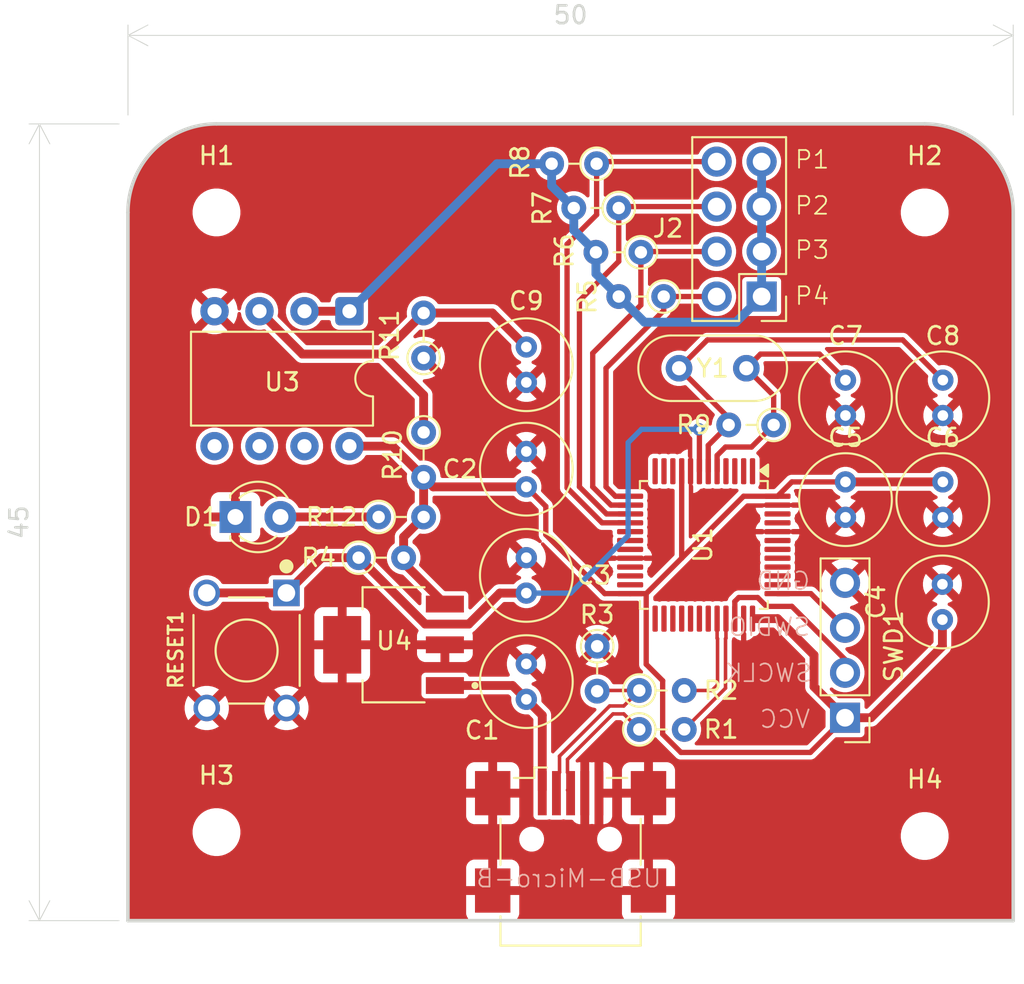
<source format=kicad_pcb>
(kicad_pcb (version 20241229) (generator "pcbnew") (generator_version "9.0")
  (title_block (title "THT Taiko Drum Controller"))
  (layers (0 "F.Cu" signal) (2 "B.Cu" signal) (13 "F.Paste" user) (15 "B.Paste" user) (5 "F.SilkS" user "F.Silkscreen") (7 "B.SilkS" user "B.Silkscreen") (1 "F.Mask" user) (3 "B.Mask" user) (25 "Edge.Cuts" user))
  (net 0 "")
  (net 2 "GND")
  (net 3 "P3")
  (net 5 "P1")
  (net 7 "+3.3V")
  (net 9 "D+")
  (net 10 "SWCLK")
  (net 11 "RST")
  (net 17 "SWDIO")
  (net 29 "P2")
  (net 34 "D-")
  (net 35 "P4")
  (net 39 "+5V")
  (net 40 "OSC_IN")
  (net 41 "OSC_OUT")
  (net 42 "Net-(J2-Pin_1)")
  (net 43 "Net-(D1-A)")
  (net 44 "Net-(U3A-+)")
  (footprint "Connector_PinHeader_2.54mm:PinHeader_2x04_P2.54mm_Vertical" (layer "F.Cu") (at 115.79 109.75 180)
    (property "Reference" "J2" (at 5.29 3.85 180) (layer "F.SilkS"))
    (property "Value" "Conn_02x04_Odd_Even")
    (fp_line (start 3.92 -1.38) (end 3.92 9) (stroke (width 0.12)) (layer "F.SilkS"))
    (fp_line (start 1.27 1.27) (end 1.27 -1.38) (stroke (width 0.12)) (layer "F.SilkS"))
    (fp_line (start 1.27 -1.38) (end 3.92 -1.38) (stroke (width 0.12)) (layer "F.SilkS"))
    (fp_line (start -1.38 9) (end 3.92 9) (stroke (width 0.12)) (layer "F.SilkS"))
    (fp_line (start -1.38 1.27) (end 1.27 1.27) (stroke (width 0.12)) (layer "F.SilkS"))
    (fp_line (start -1.38 1.27) (end -1.38 9) (stroke (width 0.12)) (layer "F.SilkS"))
    (fp_line (start -1.38 0) (end -1.38 -1.38) (stroke (width 0.12)) (layer "F.SilkS"))
    (fp_line (start -1.38 -1.38) (end 0 -1.38) (stroke (width 0.12)) (layer "F.SilkS"))
    (pad "1" thru_hole rect (at 0 0 180) (size 1.7 1.7) (drill 1) (layers "*.Cu" "*.Mask") (net 42 "Net-(J2-Pin_1)"))
    (pad "2" thru_hole circle (at 2.54 0 180) (size 1.7 1.7) (drill 1) (layers "*.Cu" "*.Mask") (net 5 "P1"))
    (pad "3" thru_hole circle (at 0 2.54 180) (size 1.7 1.7) (drill 1) (layers "*.Cu" "*.Mask") (net 42 "Net-(J2-Pin_1)"))
    (pad "4" thru_hole circle (at 2.54 2.54 180) (size 1.7 1.7) (drill 1) (layers "*.Cu" "*.Mask") (net 29 "P2"))
    (pad "5" thru_hole circle (at 0 5.08 180) (size 1.7 1.7) (drill 1) (layers "*.Cu" "*.Mask") (net 42 "Net-(J2-Pin_1)"))
    (pad "6" thru_hole circle (at 2.54 5.08 180) (size 1.7 1.7) (drill 1) (layers "*.Cu" "*.Mask") (net 3 "P3"))
    (pad "7" thru_hole circle (at 0 7.62 180) (size 1.7 1.7) (drill 1) (layers "*.Cu" "*.Mask") (net 42 "Net-(J2-Pin_1)"))
    (pad "8" thru_hole circle (at 2.54 7.62 180) (size 1.7 1.7) (drill 1) (layers "*.Cu" "*.Mask") (net 35 "P4"))
  )
  (footprint "Capacitor_THT:C_Radial_D5.0mm_H5.0mm_P2.00mm" (layer "F.Cu") (at 102.5 112.6 -90)
    (property "Reference" "C9" (at -2.6 0 0) (layer "F.SilkS"))
    (property "Value" "10µf")
    (fp_circle (center 1 0) (end 3.62 0) (stroke (width 0.12)) (fill no) (layer "F.SilkS"))
    (pad "1" thru_hole circle (at 0 0 270) (size 1.2 1.2) (drill 0.6) (layers "*.Cu" "*.Mask") (net 44 "Net-(U3A-+)"))
    (pad "2" thru_hole circle (at 2 0 270) (size 1.2 1.2) (drill 0.6) (layers "*.Cu" "*.Mask") (net 2 "GND"))
  )
  (footprint "Package_DIP:DIP-8_W7.62mm" (layer "F.Cu") (at 92.51 110.58 -90)
    (property "Reference" "U3" (at 4 3.8 180) (layer "F.SilkS"))
    (property "Value" "LM358")
    (fp_line (start 1.16 8.95) (end 6.46 8.95) (stroke (width 0.12)) (layer "F.SilkS"))
    (fp_line (start 6.46 8.95) (end 6.46 -1.33) (stroke (width 0.12)) (layer "F.SilkS"))
    (fp_line (start 1.16 -1.33) (end 1.16 8.95) (stroke (width 0.12)) (layer "F.SilkS"))
    (fp_line (start 2.81 -1.33) (end 1.16 -1.33) (stroke (width 0.12)) (layer "F.SilkS"))
    (fp_line (start 6.46 -1.33) (end 4.81 -1.33) (stroke (width 0.12)) (layer "F.SilkS"))
    (fp_arc (start 4.81 -1.33) (mid 3.81 -0.33) (end 2.81 -1.33) (stroke (width 0.12)) (layer "F.SilkS"))
    (pad "1" thru_hole roundrect (at 0 0 270) (size 1.6 1.6) (drill 0.8) (layers "*.Cu" "*.Mask") (roundrect_rratio 0.15625) (net 42 "Net-(J2-Pin_1)"))
    (pad "2" thru_hole circle (at 0 2.54 270) (size 1.6 1.6) (drill 0.8) (layers "*.Cu" "*.Mask") (net 42 "Net-(J2-Pin_1)"))
    (pad "3" thru_hole circle (at 0 5.08 270) (size 1.6 1.6) (drill 0.8) (layers "*.Cu" "*.Mask") (net 44 "Net-(U3A-+)"))
    (pad "4" thru_hole circle (at 0 7.62 270) (size 1.6 1.6) (drill 0.8) (layers "*.Cu" "*.Mask") (net 2 "GND"))
    (pad "5" thru_hole circle (at 7.62 7.62 270) (size 1.6 1.6) (drill 0.8) (layers "*.Cu" "*.Mask"))
    (pad "6" thru_hole circle (at 7.62 5.08 270) (size 1.6 1.6) (drill 0.8) (layers "*.Cu" "*.Mask"))
    (pad "7" thru_hole circle (at 7.62 2.54 270) (size 1.6 1.6) (drill 0.8) (layers "*.Cu" "*.Mask"))
    (pad "8" thru_hole circle (at 7.62 0 270) (size 1.6 1.6) (drill 0.8) (layers "*.Cu" "*.Mask") (net 7 "+3.3V"))
  )
  (footprint "Capacitor_THT:C_Radial_D5.0mm_H5.0mm_P2.00mm" (layer "F.Cu") (at 102.5 126.5 90)
    (property "Reference" "C3" (at 1 3.81 0) (layer "F.SilkS"))
    (property "Value" "100nf")
    (fp_circle (center 1 0) (end 3.62 0) (stroke (width 0.12)) (fill no) (layer "F.SilkS"))
    (pad "1" thru_hole circle (at 0 0 90) (size 1.2 1.2) (drill 0.6) (layers "*.Cu" "*.Mask") (net 11 "RST"))
    (pad "2" thru_hole circle (at 2 0 90) (size 1.2 1.2) (drill 0.6) (layers "*.Cu" "*.Mask") (net 2 "GND"))
  )
  (footprint "Capacitor_THT:C_Radial_D5.0mm_H5.0mm_P2.00mm" (layer "F.Cu") (at 102.5 120.5 90)
    (property "Reference" "C2" (at 1 -3.75 0) (layer "F.SilkS"))
    (property "Value" "33µf")
    (fp_circle (center 1 0) (end 3.62 0) (stroke (width 0.12)) (fill no) (layer "F.SilkS"))
    (pad "1" thru_hole circle (at 0 0 90) (size 1.2 1.2) (drill 0.6) (layers "*.Cu" "*.Mask") (net 7 "+3.3V"))
    (pad "2" thru_hole circle (at 2 0 90) (size 1.2 1.2) (drill 0.6) (layers "*.Cu" "*.Mask") (net 2 "GND"))
  )
  (footprint "Capacitor_THT:C_Radial_D5.0mm_H5.0mm_P2.00mm" (layer "F.Cu") (at 120.525 120.22 -90)
    (property "Reference" "C5" (at -2.5 0 0) (layer "F.SilkS"))
    (property "Value" "100nf")
    (fp_circle (center 1 0) (end 3.62 0) (stroke (width 0.12)) (fill no) (layer "F.SilkS"))
    (pad "1" thru_hole circle (at 0 0 270) (size 1.2 1.2) (drill 0.6) (layers "*.Cu" "*.Mask") (net 7 "+3.3V"))
    (pad "2" thru_hole circle (at 2 0 270) (size 1.2 1.2) (drill 0.6) (layers "*.Cu" "*.Mask") (net 2 "GND"))
  )
  (footprint "Resistor_THT:R_Axial_DIN0204_L3.6mm_D1.6mm_P2.54mm_Vertical" (layer "F.Cu") (at 108.97 107.25 180)
    (property "Reference" "R6" (at 4.32 0.08 90) (layer "F.SilkS"))
    (property "Value" "1M")
    (fp_line (start 0.92 0) (end 1.54 0) (stroke (width 0.12)) (layer "F.SilkS"))
    (fp_circle (center 0 0) (end 0.92 0) (stroke (width 0.12)) (fill no) (layer "F.SilkS"))
    (pad "1" thru_hole circle (at 0 0 180) (size 1.4 1.4) (drill 0.7) (layers "*.Cu" "*.Mask") (net 29 "P2"))
    (pad "2" thru_hole oval (at 2.54 0 180) (size 1.4 1.4) (drill 0.7) (layers "*.Cu" "*.Mask") (net 42 "Net-(J2-Pin_1)"))
  )
  (footprint "Resistor_THT:R_Axial_DIN0204_L3.6mm_D1.6mm_P2.54mm_Vertical" (layer "F.Cu") (at 108.88 134.2)
    (property "Reference" "R1" (at 4.62 0 180) (layer "F.SilkS"))
    (property "Value" "20Ω")
    (fp_line (start 0.92 0) (end 1.54 0) (stroke (width 0.12)) (layer "F.SilkS"))
    (fp_circle (center 0 0) (end 0.92 0) (stroke (width 0.12)) (fill no) (layer "F.SilkS"))
    (pad "1" thru_hole circle (at 0 0) (size 1.4 1.4) (drill 0.7) (layers "*.Cu" "*.Mask") (net 9 "D+"))
    (pad "2" thru_hole oval (at 2.54 0) (size 1.4 1.4) (drill 0.7) (layers "*.Cu" "*.Mask") (net 9 "D+"))
  )
  (footprint "Resistor_THT:R_Axial_DIN0204_L3.6mm_D1.6mm_P2.54mm_Vertical" (layer "F.Cu") (at 107.72 104.75 180)
    (property "Reference" "R7" (at 4.32 -0.02 90) (layer "F.SilkS"))
    (property "Value" "1M")
    (fp_line (start 0.92 0) (end 1.54 0) (stroke (width 0.12)) (layer "F.SilkS"))
    (fp_circle (center 0 0) (end 0.92 0) (stroke (width 0.12)) (fill no) (layer "F.SilkS"))
    (pad "1" thru_hole circle (at 0 0 180) (size 1.4 1.4) (drill 0.7) (layers "*.Cu" "*.Mask") (net 3 "P3"))
    (pad "2" thru_hole oval (at 2.54 0 180) (size 1.4 1.4) (drill 0.7) (layers "*.Cu" "*.Mask") (net 42 "Net-(J2-Pin_1)"))
  )
  (footprint "FSM8JH:SW_FSM8JH" (layer "F.Cu") (at 86.7 129.74 -90)
    (property "Reference" "RESET1" (at -0.04 4 90) (layer "F.SilkS") (effects (font (size 0.801197 0.801197))))
    (property "Value" "SW_SPST")
    (fp_line (start -2 3) (end 2 3) (stroke (width 0.127)) (layer "F.SilkS"))
    (fp_line (start -3 -1) (end -3 1) (stroke (width 0.127)) (layer "F.SilkS"))
    (fp_line (start 3 -1) (end 3 1) (stroke (width 0.127)) (layer "F.SilkS"))
    (fp_line (start -2 -3) (end 2 -3) (stroke (width 0.127)) (layer "F.SilkS"))
    (fp_circle (center 0 0) (end 1.75 0) (stroke (width 0.127)) (fill no) (layer "F.SilkS"))
    (fp_circle (center -4.75 -2.25) (end -4.55 -2.25) (stroke (width 0.4)) (fill no) (layer "F.SilkS"))
    (pad "1" thru_hole rect (at -3.25 -2.25 270) (size 1.498 1.498) (drill 0.99) (layers "*.Cu" "*.Mask") (net 11 "RST"))
    (pad "2" thru_hole circle (at -3.25 2.25 270) (size 1.498 1.498) (drill 0.99) (layers "*.Cu" "*.Mask") (net 11 "RST"))
    (pad "3" thru_hole circle (at 3.25 -2.25 270) (size 1.498 1.498) (drill 0.99) (layers "*.Cu" "*.Mask") (net 2 "GND"))
    (pad "4" thru_hole circle (at 3.25 2.25 270) (size 1.498 1.498) (drill 0.99) (layers "*.Cu" "*.Mask") (net 2 "GND"))
  )
  (footprint "MountingHole:MountingHole_2.2mm_M2" (layer "F.Cu") (at 85 105)
    (property "Reference" "H1" (at 0 -3.2 0) (layer "F.SilkS"))
    (property "Value" "MountingHole")
    (pad "" np_thru_hole circle (at 0 0) (size 2.2 2.2) (drill 2.2) (layers "*.Cu" "*.Mask"))
  )
  (footprint "Resistor_THT:R_Axial_DIN0204_L3.6mm_D1.6mm_P2.54mm_Vertical" (layer "F.Cu") (at 106.5 129.5 -90)
    (property "Reference" "R3" (at -1.78 0 0) (layer "F.SilkS"))
    (property "Value" "4,7K")
    (fp_line (start 0.92 0) (end 1.54 0) (stroke (width 0.12)) (layer "F.SilkS"))
    (fp_circle (center 0 0) (end 0.92 0) (stroke (width 0.12)) (fill no) (layer "F.SilkS"))
    (pad "1" thru_hole circle (at 0 0 270) (size 1.4 1.4) (drill 0.7) (layers "*.Cu" "*.Mask") (net 2 "GND"))
    (pad "2" thru_hole oval (at 2.54 0 270) (size 1.4 1.4) (drill 0.7) (layers "*.Cu" "*.Mask") (net 34 "D-"))
  )
  (footprint "Resistor_THT:R_Axial_DIN0204_L3.6mm_D1.6mm_P2.54mm_Vertical" (layer "F.Cu") (at 93.03 124.5)
    (property "Reference" "R4" (at -2.26 0 0) (layer "F.SilkS"))
    (property "Value" "10K")
    (fp_line (start 0.92 0) (end 1.54 0) (stroke (width 0.12)) (layer "F.SilkS"))
    (fp_circle (center 0 0) (end 0.92 0) (stroke (width 0.12)) (fill no) (layer "F.SilkS"))
    (pad "1" thru_hole circle (at 0 0) (size 1.4 1.4) (drill 0.7) (layers "*.Cu" "*.Mask") (net 11 "RST"))
    (pad "2" thru_hole oval (at 2.54 0) (size 1.4 1.4) (drill 0.7) (layers "*.Cu" "*.Mask") (net 7 "+3.3V"))
  )
  (footprint "Resistor_THT:R_Axial_DIN0204_L3.6mm_D1.6mm_P2.54mm_Vertical" (layer "F.Cu") (at 110.26 109.75 180)
    (property "Reference" "R5" (at 4.32 -0.02 90) (layer "F.SilkS"))
    (property "Value" "1M")
    (fp_line (start 0.92 0) (end 1.54 0) (stroke (width 0.12)) (layer "F.SilkS"))
    (fp_circle (center 0 0) (end 0.92 0) (stroke (width 0.12)) (fill no) (layer "F.SilkS"))
    (pad "1" thru_hole circle (at 0 0 180) (size 1.4 1.4) (drill 0.7) (layers "*.Cu" "*.Mask") (net 5 "P1"))
    (pad "2" thru_hole oval (at 2.54 0 180) (size 1.4 1.4) (drill 0.7) (layers "*.Cu" "*.Mask") (net 42 "Net-(J2-Pin_1)"))
  )
  (footprint "MountingHole:MountingHole_2.2mm_M2" (layer "F.Cu") (at 125 140.22)
    (property "Reference" "H4" (at 0 -3.2 0) (layer "F.SilkS"))
    (property "Value" "MountingHole")
    (pad "" np_thru_hole circle (at 0 0) (size 2.2 2.2) (drill 2.2) (layers "*.Cu" "*.Mask"))
  )
  (footprint "Resistor_THT:R_Axial_DIN0204_L3.6mm_D1.6mm_P2.54mm_Vertical" (layer "F.Cu") (at 94.16 122.2)
    (property "Reference" "R12" (at -2.66 0 0) (layer "F.SilkS"))
    (property "Value" "1K")
    (fp_line (start 0.92 0) (end 1.54 0) (stroke (width 0.12)) (layer "F.SilkS"))
    (fp_circle (center 0 0) (end 0.92 0) (stroke (width 0.12)) (fill no) (layer "F.SilkS"))
    (pad "1" thru_hole circle (at 0 0) (size 1.4 1.4) (drill 0.7) (layers "*.Cu" "*.Mask") (net 43 "Net-(D1-A)"))
    (pad "2" thru_hole oval (at 2.54 0) (size 1.4 1.4) (drill 0.7) (layers "*.Cu" "*.Mask") (net 7 "+3.3V"))
  )
  (footprint "Resistor_THT:R_Axial_DIN0204_L3.6mm_D1.6mm_P2.54mm_Vertical" (layer "F.Cu") (at 106.47 102.25 180)
    (property "Reference" "R8" (at 4.32 0.08 90) (layer "F.SilkS"))
    (property "Value" "1M")
    (fp_line (start 0.92 0) (end 1.54 0) (stroke (width 0.12)) (layer "F.SilkS"))
    (fp_circle (center 0 0) (end 0.92 0) (stroke (width 0.12)) (fill no) (layer "F.SilkS"))
    (pad "1" thru_hole circle (at 0 0 180) (size 1.4 1.4) (drill 0.7) (layers "*.Cu" "*.Mask") (net 35 "P4"))
    (pad "2" thru_hole oval (at 2.54 0 180) (size 1.4 1.4) (drill 0.7) (layers "*.Cu" "*.Mask") (net 42 "Net-(J2-Pin_1)"))
  )
  (footprint "Capacitor_THT:C_Radial_D5.0mm_H5.0mm_P2.00mm" (layer "F.Cu") (at 126.025 120.22 -90)
    (property "Reference" "C6" (at -2.5 0 0) (layer "F.SilkS"))
    (property "Value" "10µf")
    (fp_circle (center 1 0) (end 3.62 0) (stroke (width 0.12)) (fill no) (layer "F.SilkS"))
    (pad "1" thru_hole circle (at 0 0 270) (size 1.2 1.2) (drill 0.6) (layers "*.Cu" "*.Mask") (net 7 "+3.3V"))
    (pad "2" thru_hole circle (at 2 0 270) (size 1.2 1.2) (drill 0.6) (layers "*.Cu" "*.Mask") (net 2 "GND"))
  )
  (footprint "Connector_PinHeader_2.54mm:PinHeader_1x04_P2.54mm_Vertical" (layer "F.Cu") (at 120.5 133.54 180)
    (property "Reference" "SWD1" (at -2.75 4.04 90) (layer "F.SilkS"))
    (property "Value" "Conn_01x04")
    (fp_line (start 1.38 1.27) (end 1.38 9) (stroke (width 0.12)) (layer "F.SilkS"))
    (fp_line (start -1.38 9) (end 1.38 9) (stroke (width 0.12)) (layer "F.SilkS"))
    (fp_line (start -1.38 1.27) (end 1.38 1.27) (stroke (width 0.12)) (layer "F.SilkS"))
    (fp_line (start -1.38 1.27) (end -1.38 9) (stroke (width 0.12)) (layer "F.SilkS"))
    (fp_line (start -1.38 0) (end -1.38 -1.38) (stroke (width 0.12)) (layer "F.SilkS"))
    (fp_line (start -1.38 -1.38) (end 0 -1.38) (stroke (width 0.12)) (layer "F.SilkS"))
    (pad "1" thru_hole rect (at 0 0 180) (size 1.7 1.7) (drill 1) (layers "*.Cu" "*.Mask") (net 7 "+3.3V"))
    (pad "2" thru_hole circle (at 0 2.54 180) (size 1.7 1.7) (drill 1) (layers "*.Cu" "*.Mask") (net 17 "SWDIO"))
    (pad "3" thru_hole circle (at 0 5.08 180) (size 1.7 1.7) (drill 1) (layers "*.Cu" "*.Mask") (net 10 "SWCLK"))
    (pad "4" thru_hole circle (at 0 7.62 180) (size 1.7 1.7) (drill 1) (layers "*.Cu" "*.Mask") (net 2 "GND"))
  )
  (footprint "LED_THT:LED_D3.0mm" (layer "F.Cu") (at 86.07 122.2)
    (property "Reference" "D1" (at -1.93 0 0) (layer "F.SilkS"))
    (property "Value" "PWR")
    (fp_line (start -0.29 -1.236) (end -0.29 -1.08) (stroke (width 0.12)) (layer "F.SilkS"))
    (fp_line (start -0.29 1.08) (end -0.29 1.236) (stroke (width 0.12)) (layer "F.SilkS"))
    (fp_arc (start -0.29 -1.235516) (mid 1.365624 -1.987701) (end 2.941397 -1.080061) (stroke (width 0.12)) (layer "F.SilkS"))
    (fp_arc (start 0.229039 -1.08) (mid 1.269964 -1.5) (end 2.31091 -1.080049) (stroke (width 0.12)) (layer "F.SilkS"))
    (fp_arc (start 2.31091 1.080049) (mid 1.269964 1.5) (end 0.229039 1.08) (stroke (width 0.12)) (layer "F.SilkS"))
    (fp_arc (start 2.941397 1.080061) (mid 1.365624 1.987701) (end -0.29 1.235516) (stroke (width 0.12)) (layer "F.SilkS"))
    (pad "1" thru_hole rect (at 0 0) (size 1.8 1.8) (drill 0.9) (layers "*.Cu" "*.Mask") (net 2 "GND"))
    (pad "2" thru_hole circle (at 2.54 0) (size 1.8 1.8) (drill 0.9) (layers "*.Cu" "*.Mask") (net 43 "Net-(D1-A)"))
  )
  (footprint "Resistor_THT:R_Axial_DIN0204_L3.6mm_D1.6mm_P2.54mm_Vertical" (layer "F.Cu") (at 116.47 117 180)
    (property "Reference" "R9" (at 4.525 0 0) (layer "F.SilkS"))
    (property "Value" "1M")
    (fp_line (start 0.92 0) (end 1.54 0) (stroke (width 0.12)) (layer "F.SilkS"))
    (fp_circle (center 0 0) (end 0.92 0) (stroke (width 0.12)) (fill no) (layer "F.SilkS"))
    (pad "1" thru_hole circle (at 0 0 180) (size 1.4 1.4) (drill 0.7) (layers "*.Cu" "*.Mask") (net 40 "OSC_IN"))
    (pad "2" thru_hole oval (at 2.54 0 180) (size 1.4 1.4) (drill 0.7) (layers "*.Cu" "*.Mask") (net 41 "OSC_OUT"))
  )
  (footprint "Capacitor_THT:C_Radial_D5.0mm_H5.0mm_P2.00mm" (layer "F.Cu") (at 102.5 132.5 90)
    (property "Reference" "C1" (at -1.75 -2.5 180) (layer "F.SilkS"))
    (property "Value" "0,47µf")
    (fp_circle (center 1 0) (end 3.62 0) (stroke (width 0.12)) (fill no) (layer "F.SilkS"))
    (pad "1" thru_hole circle (at 0 0 90) (size 1.2 1.2) (drill 0.6) (layers "*.Cu" "*.Mask") (net 39 "+5V"))
    (pad "2" thru_hole circle (at 2 0 90) (size 1.2 1.2) (drill 0.6) (layers "*.Cu" "*.Mask") (net 2 "GND"))
  )
  (footprint "Resistor_THT:R_Axial_DIN0204_L3.6mm_D1.6mm_P2.54mm_Vertical" (layer "F.Cu") (at 96.7 117.42 -90)
    (property "Reference" "R10" (at 1.28 1.75 90) (layer "F.SilkS"))
    (property "Value" "100K")
    (fp_line (start 0.92 0) (end 1.54 0) (stroke (width 0.12)) (layer "F.SilkS"))
    (fp_circle (center 0 0) (end 0.92 0) (stroke (width 0.12)) (fill no) (layer "F.SilkS"))
    (pad "1" thru_hole circle (at 0 0 270) (size 1.4 1.4) (drill 0.7) (layers "*.Cu" "*.Mask") (net 44 "Net-(U3A-+)"))
    (pad "2" thru_hole oval (at 2.54 0 270) (size 1.4 1.4) (drill 0.7) (layers "*.Cu" "*.Mask") (net 7 "+3.3V"))
  )
  (footprint "Crystal:Crystal_HC52-U_Vertical" (layer "F.Cu") (at 111.125 113.8)
    (property "Reference" "Y1" (at 1.9 0 0) (layer "F.SilkS"))
    (property "Value" "8Mhz")
    (fp_line (start -0.45 -1.85) (end 4.25 -1.85) (stroke (width 0.12)) (layer "F.SilkS"))
    (fp_line (start -0.45 1.85) (end 4.25 1.85) (stroke (width 0.12)) (layer "F.SilkS"))
    (fp_arc (start -0.45 1.85) (mid -2.3 0) (end -0.45 -1.85) (stroke (width 0.12)) (layer "F.SilkS"))
    (fp_arc (start 4.25 -1.85) (mid 6.1 0) (end 4.25 1.85) (stroke (width 0.12)) (layer "F.SilkS"))
    (pad "1" thru_hole circle (at 0 0) (size 1.5 1.5) (drill 0.8) (layers "*.Cu" "*.Mask") (net 41 "OSC_OUT"))
    (pad "2" thru_hole circle (at 3.8 0) (size 1.5 1.5) (drill 0.8) (layers "*.Cu" "*.Mask") (net 40 "OSC_IN"))
  )
  (footprint "Capacitor_THT:C_Radial_D5.0mm_H5.0mm_P2.00mm" (layer "F.Cu") (at 126.025 116.47 90)
    (property "Reference" "C8" (at 4.5 0 180) (layer "F.SilkS"))
    (property "Value" "20pf")
    (fp_circle (center 1 0) (end 3.62 0) (stroke (width 0.12)) (fill no) (layer "F.SilkS"))
    (pad "1" thru_hole circle (at 0 0 90) (size 1.2 1.2) (drill 0.6) (layers "*.Cu" "*.Mask") (net 2 "GND"))
    (pad "2" thru_hole circle (at 2 0 90) (size 1.2 1.2) (drill 0.6) (layers "*.Cu" "*.Mask") (net 41 "OSC_OUT"))
  )
  (footprint "MountingHole:MountingHole_2.2mm_M2" (layer "F.Cu") (at 85 140)
    (property "Reference" "H3" (at 0 -3.2 0) (layer "F.SilkS"))
    (property "Value" "MountingHole")
    (pad "" np_thru_hole circle (at 0 0) (size 2.2 2.2) (drill 2.2) (layers "*.Cu" "*.Mask"))
  )
  (footprint "MountingHole:MountingHole_2.2mm_M2" (layer "F.Cu") (at 125 105)
    (property "Reference" "H2" (at 0 -3.2 0) (layer "F.SilkS"))
    (property "Value" "MountingHole")
    (pad "" np_thru_hole circle (at 0 0) (size 2.2 2.2) (drill 2.2) (layers "*.Cu" "*.Mask"))
  )
  (footprint "Capacitor_THT:C_Radial_D5.0mm_H5.0mm_P2.00mm" (layer "F.Cu") (at 120.525 116.47 90)
    (property "Reference" "C7" (at 4.5 0 180) (layer "F.SilkS"))
    (property "Value" "20pf")
    (fp_circle (center 1 0) (end 3.62 0) (stroke (width 0.12)) (fill no) (layer "F.SilkS"))
    (pad "1" thru_hole circle (at 0 0 90) (size 1.2 1.2) (drill 0.6) (layers "*.Cu" "*.Mask") (net 2 "GND"))
    (pad "2" thru_hole circle (at 2 0 90) (size 1.2 1.2) (drill 0.6) (layers "*.Cu" "*.Mask") (net 40 "OSC_IN"))
  )
  (footprint "Connector_USB:USB_Mini-B_Wuerth_65100516121_Horizontal" (layer "F.Cu") (at 105 140.4)
    (property "Reference" "J1" (hide yes))
    (property "Value" "USB_B_Micro")
    (fp_line (start -3.96 1.45) (end -3.96 -1.15) (stroke (width 0.12)) (layer "F.SilkS"))
    (fp_line (start -3.96 4.35) (end -3.96 6.01) (stroke (width 0.12)) (layer "F.SilkS"))
    (fp_line (start -3.96 6.01) (end 3.96 6.01) (stroke (width 0.12)) (layer "F.SilkS"))
    (fp_line (start -3.2 -3.46) (end -2.05 -3.46) (stroke (width 0.12)) (layer "F.SilkS"))
    (fp_line (start -2.05 -4.05) (end -1.35 -4.05) (stroke (width 0.12)) (layer "F.SilkS"))
    (fp_line (start -2.05 -3.46) (end -2.05 -4.05) (stroke (width 0.12)) (layer "F.SilkS"))
    (fp_line (start 2.05 -3.46) (end 3.2 -3.46) (stroke (width 0.12)) (layer "F.SilkS"))
    (fp_line (start 3.96 -1.15) (end 3.96 1.45) (stroke (width 0.12)) (layer "F.SilkS"))
    (fp_line (start 3.96 6.01) (end 3.96 4.35) (stroke (width 0.12)) (layer "F.SilkS"))
    (pad "" np_thru_hole circle (at -2.2 0) (size 0.9 0.9) (drill 0.9) (layers "*.Cu" "*.Mask"))
    (pad "" np_thru_hole circle (at 2.2 0) (size 0.9 0.9) (drill 0.9) (layers "*.Cu" "*.Mask"))
    (pad "1" smd rect (at -1.6 -2.6) (size 0.5 2.5) (layers "F.Cu" "F.Mask" "F.Paste") (net 39 "+5V"))
    (pad "2" smd rect (at -0.8 -2.6) (size 0.5 2.5) (layers "F.Cu" "F.Mask" "F.Paste") (net 34 "D-"))
    (pad "3" smd rect (at 0 -2.6) (size 0.5 2.5) (layers "F.Cu" "F.Mask" "F.Paste") (net 9 "D+"))
    (pad "4" smd rect (at 0.8 -2.6) (size 0.5 2.5) (layers "F.Cu" "F.Mask" "F.Paste") (net 2 "GND"))
    (pad "5" smd rect (at 1.6 -2.6) (size 0.5 2.5) (layers "F.Cu" "F.Mask" "F.Paste") (net 2 "GND"))
    (pad "6" smd rect (at -4.4 -2.6) (size 2 2.5) (layers "F.Cu" "F.Mask" "F.Paste") (net 2 "GND"))
    (pad "6" smd rect (at -4.4 2.9) (size 2 2.5) (layers "F.Cu" "F.Mask" "F.Paste") (net 2 "GND"))
    (pad "6" smd rect (at 4.4 -2.6) (size 2 2.5) (layers "F.Cu" "F.Mask" "F.Paste") (net 2 "GND"))
    (pad "6" smd rect (at 4.4 2.9) (size 2 2.5) (layers "F.Cu" "F.Mask" "F.Paste") (net 2 "GND"))
  )
  (footprint "Resistor_THT:R_Axial_DIN0204_L3.6mm_D1.6mm_P2.54mm_Vertical" (layer "F.Cu") (at 96.7 113.22 90)
    (property "Reference" "R11" (at 1.27 -1.92 90) (layer "F.SilkS"))
    (property "Value" "100K")
    (fp_line (start 0.92 0) (end 1.54 0) (stroke (width 0.12)) (layer "F.SilkS"))
    (fp_circle (center 0 0) (end 0.92 0) (stroke (width 0.12)) (fill no) (layer "F.SilkS"))
    (pad "1" thru_hole circle (at 0 0 90) (size 1.4 1.4) (drill 0.7) (layers "*.Cu" "*.Mask") (net 2 "GND"))
    (pad "2" thru_hole oval (at 2.54 0 90) (size 1.4 1.4) (drill 0.7) (layers "*.Cu" "*.Mask") (net 44 "Net-(U3A-+)"))
  )
  (footprint "Package_QFP:LQFP-48_7x7mm_P0.5mm" (layer "F.Cu") (at 112.525 123.78 -90)
    (property "Reference" "U1" (at 0 0.048 90) (layer "F.SilkS"))
    (property "Value" "STM32F103C8Tx")
    (fp_line (start -3.61 3.61) (end -3.61 3.16) (stroke (width 0.12)) (layer "F.SilkS"))
    (fp_line (start -3.16 3.61) (end -3.61 3.61) (stroke (width 0.12)) (layer "F.SilkS"))
    (fp_line (start 3.16 3.61) (end 3.61 3.61) (stroke (width 0.12)) (layer "F.SilkS"))
    (fp_line (start 3.61 3.61) (end 3.61 3.16) (stroke (width 0.12)) (layer "F.SilkS"))
    (fp_line (start -3.61 -3.61) (end -3.61 -3.16) (stroke (width 0.12)) (layer "F.SilkS"))
    (fp_line (start -3.16 -3.61) (end -3.61 -3.61) (stroke (width 0.12)) (layer "F.SilkS"))
    (fp_line (start 3.16 -3.61) (end 3.61 -3.61) (stroke (width 0.12)) (layer "F.SilkS"))
    (fp_line (start 3.61 -3.61) (end 3.61 -3.16) (stroke (width 0.12)) (layer "F.SilkS"))
    (fp_poly (pts (xy -4.2 -3.16) (xy -4.54 -3.63) (xy -3.86 -3.63)) (stroke (width 0.12)) (fill yes) (layer "F.SilkS"))
    (pad "1" smd roundrect (at -4.1625 -2.75 270) (size 1.475 0.3) (layers "F.Cu" "F.Mask" "F.Paste"))
    (pad "2" smd roundrect (at -4.1625 -2.25 270) (size 1.475 0.3) (layers "F.Cu" "F.Mask" "F.Paste"))
    (pad "3" smd roundrect (at -4.1625 -1.75 270) (size 1.475 0.3) (layers "F.Cu" "F.Mask" "F.Paste"))
    (pad "4" smd roundrect (at -4.1625 -1.25 270) (size 1.475 0.3) (layers "F.Cu" "F.Mask" "F.Paste"))
    (pad "5" smd roundrect (at -4.1625 -0.75 270) (size 1.475 0.3) (layers "F.Cu" "F.Mask" "F.Paste") (net 40 "OSC_IN"))
    (pad "6" smd roundrect (at -4.1625 -0.25 270) (size 1.475 0.3) (layers "F.Cu" "F.Mask" "F.Paste") (net 41 "OSC_OUT"))
    (pad "7" smd roundrect (at -4.1625 0.25 270) (size 1.475 0.3) (layers "F.Cu" "F.Mask" "F.Paste") (net 11 "RST"))
    (pad "8" smd roundrect (at -4.1625 0.75 270) (size 1.475 0.3) (layers "F.Cu" "F.Mask" "F.Paste") (net 2 "GND"))
    (pad "9" smd roundrect (at -4.1625 1.25 270) (size 1.475 0.3) (layers "F.Cu" "F.Mask" "F.Paste") (net 7 "+3.3V"))
    (pad "10" smd roundrect (at -4.1625 1.75 270) (size 1.475 0.3) (layers "F.Cu" "F.Mask" "F.Paste"))
    (pad "11" smd roundrect (at -4.1625 2.25 270) (size 1.475 0.3) (layers "F.Cu" "F.Mask" "F.Paste"))
    (pad "12" smd roundrect (at -4.1625 2.75 270) (size 1.475 0.3) (layers "F.Cu" "F.Mask" "F.Paste"))
    (pad "13" smd roundrect (at -2.75 4.1625 270) (size 0.3 1.475) (layers "F.Cu" "F.Mask" "F.Paste") (net 5 "P1"))
    (pad "14" smd roundrect (at -2.25 4.1625 270) (size 0.3 1.475) (layers "F.Cu" "F.Mask" "F.Paste") (net 29 "P2"))
    (pad "15" smd roundrect (at -1.75 4.1625 270) (size 0.3 1.475) (layers "F.Cu" "F.Mask" "F.Paste") (net 3 "P3"))
    (pad "16" smd roundrect (at -1.25 4.1625 270) (size 0.3 1.475) (layers "F.Cu" "F.Mask" "F.Paste") (net 35 "P4"))
    (pad "17" smd roundrect (at -0.75 4.1625 270) (size 0.3 1.475) (layers "F.Cu" "F.Mask" "F.Paste"))
    (pad "18" smd roundrect (at -0.25 4.1625 270) (size 0.3 1.475) (layers "F.Cu" "F.Mask" "F.Paste"))
    (pad "19" smd roundrect (at 0.25 4.1625 270) (size 0.3 1.475) (layers "F.Cu" "F.Mask" "F.Paste"))
    (pad "20" smd roundrect (at 0.75 4.1625 270) (size 0.3 1.475) (layers "F.Cu" "F.Mask" "F.Paste") (net 2 "GND"))
    (pad "21" smd roundrect (at 1.25 4.1625 270) (size 0.3 1.475) (layers "F.Cu" "F.Mask" "F.Paste"))
    (pad "22" smd roundrect (at 1.75 4.1625 270) (size 0.3 1.475) (layers "F.Cu" "F.Mask" "F.Paste"))
    (pad "23" smd roundrect (at 2.25 4.1625 270) (size 0.3 1.475) (layers "F.Cu" "F.Mask" "F.Paste") (net 2 "GND"))
    (pad "24" smd roundrect (at 2.75 4.1625 270) (size 0.3 1.475) (layers "F.Cu" "F.Mask" "F.Paste") (net 7 "+3.3V"))
    (pad "25" smd roundrect (at 4.1625 2.75 270) (size 1.475 0.3) (layers "F.Cu" "F.Mask" "F.Paste"))
    (pad "26" smd roundrect (at 4.1625 2.25 270) (size 1.475 0.3) (layers "F.Cu" "F.Mask" "F.Paste"))
    (pad "27" smd roundrect (at 4.1625 1.75 270) (size 1.475 0.3) (layers "F.Cu" "F.Mask" "F.Paste"))
    (pad "28" smd roundrect (at 4.1625 1.25 270) (size 1.475 0.3) (layers "F.Cu" "F.Mask" "F.Paste"))
    (pad "29" smd roundrect (at 4.1625 0.75 270) (size 1.475 0.3) (layers "F.Cu" "F.Mask" "F.Paste"))
    (pad "30" smd roundrect (at 4.1625 0.25 270) (size 1.475 0.3) (layers "F.Cu" "F.Mask" "F.Paste"))
    (pad "31" smd roundrect (at 4.1625 -0.25 270) (size 1.475 0.3) (layers "F.Cu" "F.Mask" "F.Paste"))
    (pad "32" smd roundrect (at 4.1625 -0.75 270) (size 1.475 0.3) (layers "F.Cu" "F.Mask" "F.Paste") (net 34 "D-"))
    (pad "33" smd roundrect (at 4.1625 -1.25 270) (size 1.475 0.3) (layers "F.Cu" "F.Mask" "F.Paste") (net 9 "D+"))
    (pad "34" smd roundrect (at 4.1625 -1.75 270) (size 1.475 0.3) (layers "F.Cu" "F.Mask" "F.Paste") (net 17 "SWDIO"))
    (pad "35" smd roundrect (at 4.1625 -2.25 270) (size 1.475 0.3) (layers "F.Cu" "F.Mask" "F.Paste") (net 2 "GND"))
    (pad "36" smd roundrect (at 4.1625 -2.75 270) (size 1.475 0.3) (layers "F.Cu" "F.Mask" "F.Paste") (net 7 "+3.3V"))
    (pad "37" smd roundrect (at 2.75 -4.1625 270) (size 0.3 1.475) (layers "F.Cu" "F.Mask" "F.Paste") (net 10 "SWCLK"))
    (pad "38" smd roundrect (at 2.25 -4.1625 270) (size 0.3 1.475) (layers "F.Cu" "F.Mask" "F.Paste"))
    (pad "39" smd roundrect (at 1.75 -4.1625 270) (size 0.3 1.475) (layers "F.Cu" "F.Mask" "F.Paste"))
    (pad "40" smd roundrect (at 1.25 -4.1625 270) (size 0.3 1.475) (layers "F.Cu" "F.Mask" "F.Paste"))
    (pad "41" smd roundrect (at 0.75 -4.1625 270) (size 0.3 1.475) (layers "F.Cu" "F.Mask" "F.Paste"))
    (pad "42" smd roundrect (at 0.25 -4.1625 270) (size 0.3 1.475) (layers "F.Cu" "F.Mask" "F.Paste"))
    (pad "43" smd roundrect (at -0.25 -4.1625 270) (size 0.3 1.475) (layers "F.Cu" "F.Mask" "F.Paste"))
    (pad "44" smd roundrect (at -0.75 -4.1625 270) (size 0.3 1.475) (layers "F.Cu" "F.Mask" "F.Paste") (net 2 "GND"))
    (pad "45" smd roundrect (at -1.25 -4.1625 270) (size 0.3 1.475) (layers "F.Cu" "F.Mask" "F.Paste"))
    (pad "46" smd roundrect (at -1.75 -4.1625 270) (size 0.3 1.475) (layers "F.Cu" "F.Mask" "F.Paste"))
    (pad "47" smd roundrect (at -2.25 -4.1625 270) (size 0.3 1.475) (layers "F.Cu" "F.Mask" "F.Paste") (net 2 "GND"))
    (pad "48" smd roundrect (at -2.75 -4.1625 270) (size 0.3 1.475) (layers "F.Cu" "F.Mask" "F.Paste") (net 7 "+3.3V"))
  )
  (footprint "Resistor_THT:R_Axial_DIN0204_L3.6mm_D1.6mm_P2.54mm_Vertical" (layer "F.Cu") (at 108.88 132)
    (property "Reference" "R2" (at 4.62 0 180) (layer "F.SilkS"))
    (property "Value" "20Ω")
    (fp_line (start 0.92 0) (end 1.54 0) (stroke (width 0.12)) (layer "F.SilkS"))
    (fp_circle (center 0 0) (end 0.92 0) (stroke (width 0.12)) (fill no) (layer "F.SilkS"))
    (pad "1" thru_hole circle (at 0 0) (size 1.4 1.4) (drill 0.7) (layers "*.Cu" "*.Mask") (net 34 "D-"))
    (pad "2" thru_hole oval (at 2.54 0) (size 1.4 1.4) (drill 0.7) (layers "*.Cu" "*.Mask") (net 34 "D-"))
  )
  (footprint "LM3940IMPX-3.3_NOPB:SOT230P700X180-4N" (layer "F.Cu") (at 95 129.42 180)
    (property "Reference" "U4" (at -0.025 0.22 0) (layer "F.SilkS"))
    (property "Value" "LM3940IMPX-3.3_NOPB")
    (fp_line (start 1.75 3.25) (end 1.75 2.01) (stroke (width 0.127)) (layer "F.SilkS"))
    (fp_line (start 1.75 -3.25) (end 1.75 -2.01) (stroke (width 0.127)) (layer "F.SilkS"))
    (fp_line (start -1.75 3.25) (end 1.75 3.25) (stroke (width 0.127)) (layer "F.SilkS"))
    (fp_line (start -1.75 -3.25) (end 1.75 -3.25) (stroke (width 0.127)) (layer "F.SilkS"))
    (fp_circle (center -4.6 -2.3) (end -4.5 -2.3) (stroke (width 0.2)) (fill no) (layer "F.SilkS"))
    (pad "1" smd rect (at -2.9 -2.3 180) (size 2.15 0.95) (layers "F.Cu" "F.Mask" "F.Paste") (net 39 "+5V"))
    (pad "2" smd rect (at -2.9 0 180) (size 2.15 0.95) (layers "F.Cu" "F.Mask" "F.Paste") (net 2 "GND"))
    (pad "3" smd rect (at -2.9 2.3 180) (size 2.15 0.95) (layers "F.Cu" "F.Mask" "F.Paste") (net 7 "+3.3V"))
    (pad "4" smd rect (at 2.9 0 180) (size 2.15 3.25) (layers "F.Cu" "F.Mask" "F.Paste") (net 2 "GND"))
  )
  (footprint "Capacitor_THT:C_Radial_D5.0mm_H5.0mm_P2.00mm" (layer "F.Cu") (at 126 128 90)
    (property "Reference" "C4" (at 1 -3.75 90) (layer "F.SilkS"))
    (property "Value" "100nf")
    (fp_circle (center 1 0) (end 3.62 0) (stroke (width 0.12)) (fill no) (layer "F.SilkS"))
    (pad "1" thru_hole circle (at 0 0 90) (size 1.2 1.2) (drill 0.6) (layers "*.Cu" "*.Mask") (net 7 "+3.3V"))
    (pad "2" thru_hole circle (at 2 0 90) (size 1.2 1.2) (drill 0.6) (layers "*.Cu" "*.Mask") (net 2 "GND"))
  )
  (gr_line (start 130 145) (end 130 105) (stroke (width 0.2)) (layer "Edge.Cuts"))
  (gr_line (start 80 145) (end 80 105) (stroke (width 0.2)) (layer "Edge.Cuts"))
  (gr_line (start 80 145) (end 130 145) (stroke (width 0.2)) (layer "Edge.Cuts"))
  (gr_arc (start 125 100) (mid 128.535534 101.464466) (end 130 105) (stroke (width 0.2)) (layer "Edge.Cuts"))
  (gr_arc (start 80 105) (mid 81.464466 101.464466) (end 85 100) (stroke (width 0.2)) (layer "Edge.Cuts"))
  (gr_line (start 85 100) (end 125 100) (stroke (width 0.2)) (layer "Edge.Cuts"))
  (gr_text "P1" (at 117.6 102.6 0) (layer "F.SilkS") (effects (font (size 1 1) (thickness 0.1)) (justify left bottom)))
  (gr_text "P3" (at 117.6 107.7 0) (layer "F.SilkS") (effects (font (size 1 1) (thickness 0.1)) (justify left bottom)))
  (gr_text "P2" (at 117.6 105.2 0) (layer "F.SilkS") (effects (font (size 1 1) (thickness 0.1)) (justify left bottom)))
  (gr_text "P4" (at 117.6 110.3 0) (layer "F.SilkS") (effects (font (size 1 1) (thickness 0.1)) (justify left bottom)))
  (gr_text "VCC" (at 118.6 134.2 0) (layer "B.SilkS") (effects (font (size 1 1) (thickness 0.1)) (justify left bottom mirror)))
  (gr_text "SWDIO" (at 118.6 129 0) (layer "B.SilkS") (effects (font (size 1 1) (thickness 0.1)) (justify left bottom mirror)))
  (gr_text "GND" (at 118.6 126.4 0) (layer "B.SilkS") (effects (font (size 1 1) (thickness 0.1)) (justify left bottom mirror)))
  (gr_text "SWCLK" (at 118.7 131.6 0) (layer "B.SilkS") (effects (font (size 1 1) (thickness 0.1)) (justify left bottom mirror)))
  (gr_text "USB-Micro-B" (at 110.2 143.2 0) (layer "B.SilkS") (effects (font (size 1 1) (thickness 0.1)) (justify left bottom mirror)))
  (dimension (type orthogonal) (layer "Edge.Cuts") (pts (xy 80 100) (xy 130 100)) (height -5) (orientation 0) (format (prefix "") (suffix "") (units 3) (units_format 0) (precision 4) (suppress_zeroes yes)) (style (thickness 0.05) (arrow_length 1.27) (text_position_mode 0) (arrow_direction outward) (extension_height 0.58642) (extension_offset 0.5) (keep_text_aligned yes)) (gr_text "50" (at 105 93.85 0) (layer "Edge.Cuts") (effects (font (size 1 1) (thickness 0.15)))))
  (dimension (type orthogonal) (layer "Edge.Cuts") (pts (xy 80 100) (xy 80 145)) (height -5) (orientation 1) (format (prefix "") (suffix "") (units 3) (units_format 0) (precision 4) (suppress_zeroes yes)) (style (thickness 0.05) (arrow_length 1.27) (text_position_mode 0) (arrow_direction outward) (extension_height 0.58642) (extension_offset 0.5) (keep_text_aligned yes)) (gr_text "45" (at 73.85 122.5 90) (layer "Edge.Cuts") (effects (font (size 1 1) (thickness 0.15)))))
  (segment (start 92.1 129.42) (end 92.1 129.84) (width 0.5) (layer "F.Cu") (net 2))
  (segment (start 86.07 122.2) (end 86.141 122.129) (width 0.5) (layer "F.Cu") (net 2))
  (segment (start 107.8 104.67) (end 107.72 104.75) (width 0.3) (layer "F.Cu") (net 3))
  (segment (start 105.5 120.5) (end 105.5 109.983169) (width 0.3) (layer "F.Cu") (net 3))
  (segment (start 105.5 109.983169) (end 107.72 107.763169) (width 0.3) (layer "F.Cu") (net 3))
  (segment (start 108.3625 122.03) (end 107.03 122.03) (width 0.3) (layer "F.Cu") (net 3))
  (segment (start 113.25 104.67) (end 107.8 104.67) (width 0.3) (layer "F.Cu") (net 3))
  (segment (start 107.03 122.03) (end 105.5 120.5) (width 0.3) (layer "F.Cu") (net 3))
  (segment (start 107.72 107.763169) (end 107.72 104.75) (width 0.3) (layer "F.Cu") (net 3))
  (segment (start 107 120.5) (end 107 113.8) (width 0.3) (layer "F.Cu") (net 5))
  (segment (start 110.26 110.54) (end 110.26 109.75) (width 0.3) (layer "F.Cu") (net 5))
  (segment (start 107.53 121.03) (end 107 120.5) (width 0.3) (layer "F.Cu") (net 5))
  (segment (start 108.3625 121.03) (end 107.53 121.03) (width 0.3) (layer "F.Cu") (net 5))
  (segment (start 113.25 109.75) (end 110.26 109.75) (width 0.3) (layer "F.Cu") (net 5))
  (segment (start 107 113.8) (end 110.26 110.54) (width 0.3) (layer "F.Cu") (net 5))
  (segment (start 102.5 120.5) (end 97.24 120.5) (width 0.5) (layer "F.Cu") (net 7))
  (segment (start 103.6 121.6) (end 102.5 120.5) (width 0.3) (layer "F.Cu") (net 7))
  (segment (start 110.2 134.466339) (end 111.233661 135.5) (width 0.3) (layer "F.Cu") (net 7))
  (segment (start 111.275 119.6175) (end 111.275 124.525) (width 0.3) (layer "F.Cu") (net 7))
  (segment (start 111.233661 135.5) (end 118.54 135.5) (width 0.3) (layer "F.Cu") (net 7))
  (segment (start 118.75 130) (end 116.6925 127.9425) (width 0.5) (layer "F.Cu") (net 7))
  (segment (start 116.6875 121.03) (end 117.4975 120.22) (width 0.3) (layer "F.Cu") (net 7))
  (segment (start 108.3625 126.53) (end 106.93 126.53) (width 0.3) (layer "F.Cu") (net 7))
  (segment (start 109.27 130.52) (end 110.2 131.45) (width 0.3) (layer "F.Cu") (net 7))
  (segment (start 97.24 120.5) (end 96.7 119.96) (width 0.5) (layer "F.Cu") (net 7))
  (segment (start 103.6 123.2) (end 103.6 121.6) (width 0.3) (layer "F.Cu") (net 7))
  (segment (start 126.025 120.22) (end 120.525 120.22) (width 0.5) (layer "F.Cu") (net 7))
  (segment (start 116.6875 121.03) (end 114.77 121.03) (width 0.3) (layer "F.Cu") (net 7))
  (segment (start 118.54 135.5) (end 120.5 133.54) (width 0.3) (layer "F.Cu") (net 7))
  (segment (start 120.5 133.54) (end 118.75 131.79) (width 0.5) (layer "F.Cu") (net 7))
  (segment (start 126 129.5) (end 121.96 133.54) (width 0.5) (layer "F.Cu") (net 7))
  (segment (start 95.57 124.79) (end 97.9 127.12) (width 0.5) (layer "F.Cu") (net 7))
  (segment (start 106.93 126.53) (end 103.6 123.2) (width 0.3) (layer "F.Cu") (net 7))
  (segment (start 95.57 124.5) (end 95.57 123.33) (width 0.5) (layer "F.Cu") (net 7))
  (segment (start 111.275 124.525) (end 109.27 126.53) (width 0.3) (layer "F.Cu") (net 7))
  (segment (start 95.57 124.5) (end 95.57 124.79) (width 0.5) (layer "F.Cu") (net 7))
  (segment (start 126 128) (end 126 129.5) (width 0.5) (layer "F.Cu") (net 7))
  (segment (start 108.3625 126.53) (end 109.27 126.53) (width 0.3) (layer "F.Cu") (net 7))
  (segment (start 117.4975 120.22) (end 120.525 120.22) (width 0.3) (layer "F.Cu") (net 7))
  (segment (start 114.77 121.03) (end 111.275 124.525) (width 0.3) (layer "F.Cu") (net 7))
  (segment (start 110.2 131.45) (end 110.2 134.466339) (width 0.3) (layer "F.Cu") (net 7))
  (segment (start 96.7 122.2) (end 96.7 119.96) (width 0.5) (layer "F.Cu") (net 7))
  (segment (start 92.51 118.2) (end 94.94 118.2) (width 0.5) (layer "F.Cu") (net 7))
  (segment (start 116.6925 127.9425) (end 115.376 127.9425) (width 0.5) (layer "F.Cu") (net 7))
  (segment (start 94.94 118.2) (end 96.7 119.96) (width 0.5) (layer "F.Cu") (net 7))
  (segment (start 118.75 131.79) (end 118.75 130) (width 0.5) (layer "F.Cu") (net 7))
  (segment (start 95.57 123.33) (end 96.7 122.2) (width 0.5) (layer "F.Cu") (net 7))
  (segment (start 121.96 133.54) (end 120.5 133.54) (width 0.5) (layer "F.Cu") (net 7))
  (segment (start 109.27 126.53) (end 109.27 130.52) (width 0.3) (layer "F.Cu") (net 7))
  (segment (start 105 136.8) (end 104.825 136.625) (width 0.2) (layer "F.Cu") (net 9))
  (segment (start 113.75 129.073751) (end 113.775 129.048751) (width 0.2) (layer "F.Cu") (net 9))
  (segment (start 113.75 131.87) (end 113.75 129.073751) (width 0.2) (layer "F.Cu") (net 9))
  (segment (start 105 137.8) (end 104.825001 137.625001) (width 0.2) (layer "F.Cu") (net 9))
  (segment (start 113.775 128.53) (end 113.75 128.555) (width 0.2) (layer "F.Cu") (net 9))
  (segment (start 113.775 129.048751) (end 113.775 127.9425) (width 0.2) (layer "F.Cu") (net 9))
  (segment (start 113.775 127.9425) (end 113.775 128.53) (width 0.2) (layer "F.Cu") (net 9))
  (segment (start 105 137.8) (end 105 136.8) (width 0.2) (layer "F.Cu") (net 9))
  (segment (start 107.393197 133.325001) (end 108.005001 133.325001) (width 0.2) (layer "F.Cu") (net 9))
  (segment (start 108.005001 133.325001) (end 108.88 134.2) (width 0.2) (layer "F.Cu") (net 9))
  (segment (start 104.825 135.893198) (end 107.393197 133.325001) (width 0.2) (layer "F.Cu") (net 9))
  (segment (start 111.42 134.2) (end 113.75 131.87) (width 0.2) (layer "F.Cu") (net 9))
  (segment (start 104.825 136.625) (end 104.825 135.893198) (width 0.2) (layer "F.Cu") (net 9))
  (segment (start 120.5 128.46) (end 118.57 126.53) (width 0.3) (layer "F.Cu") (net 10))
  (segment (start 118.57 126.53) (end 116.6875 126.53) (width 0.3) (layer "F.Cu") (net 10))
  (segment (start 112.275 117.275) (end 112.25 117.25) (width 0.3) (layer "F.Cu") (net 11))
  (segment (start 99.25 128.25) (end 96.789 128.25) (width 0.5) (layer "F.Cu") (net 11))
  (segment (start 102.5 126.5) (end 101 126.5) (width 0.5) (layer "F.Cu") (net 11))
  (segment (start 90.94 124.5) (end 88.95 126.49) (width 0.5) (layer "F.Cu") (net 11))
  (segment (start 88.95 126.49) (end 84.45 126.49) (width 0.5) (layer "F.Cu") (net 11))
  (segment (start 93.039 124.5) (end 96.789 128.25) (width 0.5) (layer "F.Cu") (net 11))
  (segment (start 112.275 119.6175) (end 112.275 117.275) (width 0.3) (layer "F.Cu") (net 11))
  (segment (start 93.03 124.5) (end 93.039 124.5) (width 0.5) (layer "F.Cu") (net 11))
  (segment (start 93.03 124.5) (end 90.94 124.5) (width 0.5) (layer "F.Cu") (net 11))
  (segment (start 101 126.5) (end 99.25 128.25) (width 0.5) (layer "F.Cu") (net 11))
  (via (at 112.25 117.25) (size 0.7) (drill 0.3) (layers "F.Cu" "B.Cu") (net 11))
  (segment (start 112.25 117.25) (end 109 117.25) (width 0.3) (layer "B.Cu") (net 11))
  (segment (start 108.25 123.25) (end 105 126.5) (width 0.3) (layer "B.Cu") (net 11))
  (segment (start 109 117.25) (end 108.25 118) (width 0.3) (layer "B.Cu") (net 11))
  (segment (start 108.25 118) (end 108.25 123.25) (width 0.3) (layer "B.Cu") (net 11))
  (segment (start 105 126.5) (end 102.5 126.5) (width 0.3) (layer "B.Cu") (net 11))
  (segment (start 117.5 127.25) (end 120.5 130.25) (width 0.3) (layer "F.Cu") (net 17))
  (segment (start 114.5 126.75) (end 115.565466 126.75) (width 0.3) (layer "F.Cu") (net 17))
  (segment (start 116.065466 127.25) (end 117.5 127.25) (width 0.3) (layer "F.Cu") (net 17))
  (segment (start 120.5 130.25) (end 120.5 131) (width 0.3) (layer "F.Cu") (net 17))
  (segment (start 115.565466 126.75) (end 116.065466 127.25) (width 0.3) (layer "F.Cu") (net 17))
  (segment (start 114.275 126.975) (end 114.5 126.75) (width 0.3) (layer "F.Cu") (net 17))
  (segment (start 114.275 127.9425) (end 114.275 126.975) (width 0.3) (layer "F.Cu") (net 17))
  (segment (start 108.97 110.23) (end 108.97 107.25) (width 0.3) (layer "F.Cu") (net 29))
  (segment (start 106.25 120.5) (end 106.25 112.95) (width 0.3) (layer "F.Cu") (net 29))
  (segment (start 109.01 107.21) (end 108.97 107.25) (width 0.3) (layer "F.Cu") (net 29))
  (segment (start 106.25 112.95) (end 108.97 110.23) (width 0.3) (layer "F.Cu") (net 29))
  (segment (start 113.25 107.21) (end 109.01 107.21) (width 0.3) (layer "F.Cu") (net 29))
  (segment (start 107.28 121.53) (end 106.25 120.5) (width 0.3) (layer "F.Cu") (net 29))
  (segment (start 108.3625 121.53) (end 107.28 121.53) (width 0.3) (layer "F.Cu") (net 29))
  (segment (start 113.275 127.9425) (end 113.275 128.53) (width 0.2) (layer "F.Cu") (net 34))
  (segment (start 113.275 129.048751) (end 113.275 127.9425) (width 0.2) (layer "F.Cu") (net 34))
  (segment (start 107.206803 132.874999) (end 108.005001 132.874999) (width 0.2) (layer "F.Cu") (net 34))
  (segment (start 104.2 137.8) (end 104.2 136.8) (width 0.2) (layer "F.Cu") (net 34))
  (segment (start 104.375 136.625) (end 104.375 135.706802) (width 0.2) (layer "F.Cu") (net 34))
  (segment (start 106.54 132) (end 106.5 132.04) (width 0.2) (layer "F.Cu") (net 34))
  (segment (start 112.983603 132) (end 113.3 131.683603) (width 0.2) (layer "F.Cu") (net 34))
  (segment (start 113.3 131.683603) (end 113.3 129.073751) (width 0.2) (layer "F.Cu") (net 34))
  (segment (start 108.005001 132.874999) (end 108.88 132) (width 0.2) (layer "F.Cu") (net 34))
  (segment (start 111.42 132) (end 112.983603 132) (width 0.2) (layer "F.Cu") (net 34))
  (segment (start 113.3 129.073751) (end 113.275 129.048751) (width 0.2) (layer "F.Cu") (net 34))
  (segment (start 108.88 132) (end 106.54 132) (width 0.2) (layer "F.Cu") (net 34))
  (segment (start 104.375 135.706802) (end 107.206803 132.874999) (width 0.2) (layer "F.Cu") (net 34))
  (segment (start 113.275 128.53) (end 113.3 128.555) (width 0.2) (layer "F.Cu") (net 34))
  (segment (start 104.2 136.8) (end 104.375 136.625) (width 0.2) (layer "F.Cu") (net 34))
  (segment (start 108.3625 122.53) (end 106.78 122.53) (width 0.3) (layer "F.Cu") (net 35))
  (segment (start 113.25 102.13) (end 106.59 102.13) (width 0.3) (layer "F.Cu") (net 35))
  (segment (start 106.78 122.53) (end 104.8 120.55) (width 0.3) (layer "F.Cu") (net 35))
  (segment (start 104.8 106.8) (end 106.47 105.13) (width 0.3) (layer "F.Cu") (net 35))
  (segment (start 106.47 105.13) (end 106.47 102.25) (width 0.3) (layer "F.Cu") (net 35))
  (segment (start 104.8 120.55) (end 104.8 106.8) (width 0.3) (layer "F.Cu") (net 35))
  (segment (start 106.59 102.13) (end 106.47 102.25) (width 0.3) (layer "F.Cu") (net 35))
  (segment (start 103.4 137.62) (end 103.4 133.4) (width 0.5) (layer "F.Cu") (net 39))
  (segment (start 101.72 131.72) (end 97.9 131.72) (width 0.5) (layer "F.Cu") (net 39))
  (segment (start 103.4 133.4) (end 101.72 131.72) (width 0.5) (layer "F.Cu") (net 39))
  (segment (start 120.525 114.47) (end 119.055 113) (width 0.3) (layer "F.Cu") (net 40))
  (segment (start 113.275 119.6175) (end 113.275 118.725) (width 0.3) (layer "F.Cu") (net 40))
  (segment (start 115.725 113) (end 114.925 113.8) (width 0.3) (layer "F.Cu") (net 40))
  (segment (start 113.275 118.725) (end 113.75 118.25) (width 0.3) (layer "F.Cu") (net 40))
  (segment (start 116.47 117) (end 116.47 115.345) (width 0.3) (layer "F.Cu") (net 40))
  (segment (start 113.75 118.25) (end 115.22 118.25) (width 0.3) (layer "F.Cu") (net 40))
  (segment (start 120.525 114.47) (end 120.525 114.125) (width 0.3) (layer "F.Cu") (net 40))
  (segment (start 119.055 113) (end 115.725 113) (width 0.3) (layer "F.Cu") (net 40))
  (segment (start 115.22 118.25) (end 116.47 117) (width 0.3) (layer "F.Cu") (net 40))
  (segment (start 116.47 115.345) (end 114.925 113.8) (width 0.3) (layer "F.Cu") (net 40))
  (segment (start 111.125 113.8) (end 112.725 112.2) (width 0.3) (layer "F.Cu") (net 41))
  (segment (start 113.93 117) (end 113.93 116.605) (width 0.3) (layer "F.Cu") (net 41))
  (segment (start 123.755 112.2) (end 126.025 114.47) (width 0.3) (layer "F.Cu") (net 41))
  (segment (start 112.775 119.6175) (end 112.775 118.155) (width 0.3) (layer "F.Cu") (net 41))
  (segment (start 112.725 112.2) (end 123.755 112.2) (width 0.3) (layer "F.Cu") (net 41))
  (segment (start 113.93 116.605) (end 111.125 113.8) (width 0.3) (layer "F.Cu") (net 41))
  (segment (start 112.775 118.155) (end 113.93 117) (width 0.3) (layer "F.Cu") (net 41))
  (segment (start 92.51 110.58) (end 89.97 110.58) (width 0.5) (layer "F.Cu") (net 42))
  (segment (start 105.18 104.75) (end 105.18 106) (width 0.5) (layer "B.Cu") (net 42))
  (segment (start 115.79 109.75) (end 115.79 102.13) (width 0.5) (layer "B.Cu") (net 42))
  (segment (start 103.93 102.25) (end 103.93 103.5) (width 0.5) (layer "B.Cu") (net 42))
  (segment (start 100.84 102.25) (end 103.93 102.25) (width 0.5) (layer "B.Cu") (net 42))
  (segment (start 92.51 110.58) (end 100.84 102.25) (width 0.5) (layer "B.Cu") (net 42))
  (segment (start 114.34 111.2) (end 115.79 109.75) (width 0.5) (layer "B.Cu") (net 42))
  (segment (start 103.93 103.5) (end 105.18 104.75) (width 0.5) (layer "B.Cu") (net 42))
  (segment (start 106.43 108.46) (end 107.72 109.75) (width 0.5) (layer "B.Cu") (net 42))
  (segment (start 106.43 107.25) (end 106.43 108.46) (width 0.5) (layer "B.Cu") (net 42))
  (segment (start 105.18 106) (end 106.43 107.25) (width 0.5) (layer "B.Cu") (net 42))
  (segment (start 109.17 111.2) (end 114.34 111.2) (width 0.5) (layer "B.Cu") (net 42))
  (segment (start 107.72 109.75) (end 109.17 111.2) (width 0.5) (layer "B.Cu") (net 42))
  (segment (start 94.16 122.2) (end 88.61 122.2) (width 0.5) (layer "F.Cu") (net 43))
  (segment (start 94.38 113) (end 89.85 113) (width 0.5) (layer "F.Cu") (net 44))
  (segment (start 96.7 115.32) (end 94.38 113) (width 0.5) (layer "F.Cu") (net 44))
  (segment (start 102.5 112.6) (end 100.58 110.68) (width 0.5) (layer "F.Cu") (net 44))
  (segment (start 100.58 110.68) (end 96.7 110.68) (width 0.5) (layer "F.Cu") (net 44))
  (segment (start 96.7 117.42) (end 96.7 115.32) (width 0.5) (layer "F.Cu") (net 44))
  (segment (start 96.7 110.68) (end 94.38 113) (width 0.5) (layer "F.Cu") (net 44))
  (segment (start 89.85 113) (end 87.43 110.58) (width 0.5) (layer "F.Cu") (net 44))
  (zone (net 2) (net_name "GND") (layer "F.Cu") (connect_pads (clearance 0.25)) (min_thickness 0.2) (fill yes (thermal_gap 0.5) (thermal_bridge_width 0.5))
    (polygon (pts (xy 80 145) (xy 130 145) (xy 130 100) (xy 80 100)))
  )
)
</source>
